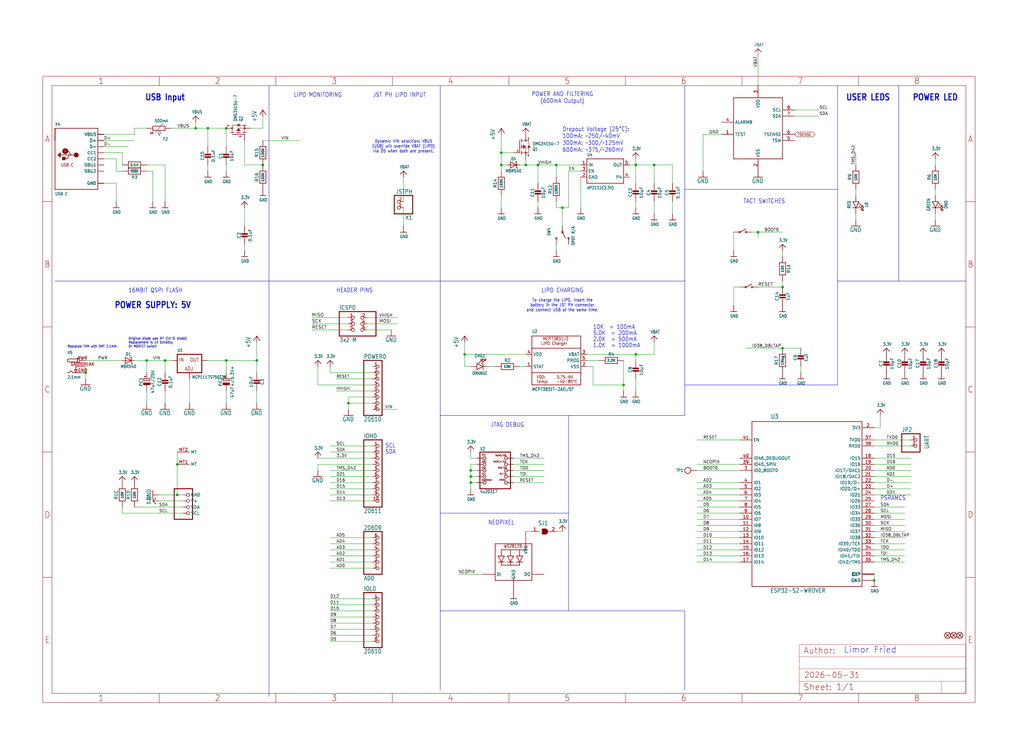
<source format=kicad_sch>
(kicad_sch (version 20230121) (generator eeschema)
  (paper "User" 425.45 312.649)
  (junction (at 81.28 53.34))
  (junction (at 35.56 154.94))
  (junction (at 60.96 149.86))
  (junction (at 109.22 68.58))
  (junction (at 271.78 68.58))
  (junction (at 208.28 63.5))
  (junction (at 325.12 119.38))
  (junction (at 86.36 53.34))
  (junction (at 106.68 149.86))
  (junction (at 195.58 198.12))
  (junction (at 218.44 68.58))
  (junction (at 68.58 149.86))
  (junction (at 259.08 160.02))
  (junction (at 233.68 86.36))
  (junction (at 93.98 149.86))
  (junction (at 208.28 68.58))
  (junction (at 231.14 68.58))
  (junction (at 195.58 195.58))
  (junction (at 264.16 147.32))
  (junction (at 93.98 53.34))
  (junction (at 73.66 193.04))
  (junction (at 363.22 241.3))
  (junction (at 193.04 147.32))
  (junction (at 264.16 68.58))
  (junction (at 223.52 68.58))
  (junction (at 195.58 200.66))
  (junction (at 73.66 205.74))
  (junction (at 325.12 144.78))
  (junction (at 144.78 167.64))
  (junction (at 314.96 96.52))
  (wire (pts (xy 264.16 147.32) (xy 243.84 147.32)) (stroke (width 0.1524)))
  (wire (pts (xy 363.22 193.04) (xy 378.46 193.04)) (stroke (width 0.1524)))
  (wire (pts (xy 137.16 266.7) (xy 154.94 266.7)) (stroke (width 0.1524)))
  (wire (pts (xy 261.62 68.58) (xy 264.16 68.58)) (stroke (width 0.1524)))
  (wire (pts (xy 154.94 170.18) (xy 165.1 170.18)) (stroke (width 0.1524)))
  (wire (pts (xy 307.34 203.2) (xy 289.56 203.2)) (stroke (width 0.1524)))
  (wire (pts (xy 106.68 142.24) (xy 106.68 149.86)) (stroke (width 0.1524)))
  (wire (pts (xy 48.26 76.2) (xy 48.26 83.82)) (stroke (width 0.1524)))
  (wire (pts (xy 264.16 68.58) (xy 271.78 68.58)) (stroke (width 0.1524)))
  (wire (pts (xy 106.68 162.56) (xy 106.68 167.64)) (stroke (width 0.1524)))
  (wire (pts (xy 154.94 160.02) (xy 132.08 160.02)) (stroke (width 0.1524)))
  (wire (pts (xy 137.16 228.6) (xy 154.94 228.6)) (stroke (width 0.1524)))
  (wire (pts (xy 241.3 71.12) (xy 236.22 71.12)) (stroke (width 0.1524)))
  (polyline (pts (xy 284.48 116.84) (xy 284.48 160.02)) (stroke (width 0.1524) (type solid)))
  (wire (pts (xy 388.62 81.28) (xy 388.62 78.74)) (stroke (width 0.1524)))
  (wire (pts (xy 137.16 259.08) (xy 154.94 259.08)) (stroke (width 0.1524)))
  (wire (pts (xy 86.36 71.12) (xy 86.36 68.58)) (stroke (width 0.1524)))
  (wire (pts (xy 132.08 193.04) (xy 132.08 195.58)) (stroke (width 0.1524)))
  (wire (pts (xy 213.36 198.12) (xy 226.06 198.12)) (stroke (width 0.1524)))
  (wire (pts (xy 144.78 167.64) (xy 144.78 170.18)) (stroke (width 0.1524)))
  (wire (pts (xy 363.22 195.58) (xy 378.46 195.58)) (stroke (width 0.1524)))
  (wire (pts (xy 93.98 60.96) (xy 93.98 53.34)) (stroke (width 0.1524)))
  (wire (pts (xy 93.98 149.86) (xy 93.98 154.94)) (stroke (width 0.1524)))
  (wire (pts (xy 137.16 208.28) (xy 154.94 208.28)) (stroke (width 0.1524)))
  (wire (pts (xy 388.62 88.9) (xy 388.62 91.44)) (stroke (width 0.1524)))
  (wire (pts (xy 137.16 251.46) (xy 154.94 251.46)) (stroke (width 0.1524)))
  (wire (pts (xy 271.78 83.82) (xy 271.78 88.9)) (stroke (width 0.1524)))
  (wire (pts (xy 307.34 200.66) (xy 289.56 200.66)) (stroke (width 0.1524)))
  (wire (pts (xy 152.4 134.62) (xy 165.1 134.62)) (stroke (width 0.1524)))
  (wire (pts (xy 292.1 55.88) (xy 292.1 71.12)) (stroke (width 0.1524)))
  (polyline (pts (xy 284.48 254) (xy 236.22 254)) (stroke (width 0.1524) (type solid)))
  (wire (pts (xy 167.64 73.66) (xy 167.64 83.82)) (stroke (width 0.1524)))
  (wire (pts (xy 55.88 53.34) (xy 60.96 53.34)) (stroke (width 0.1524)))
  (wire (pts (xy 236.22 71.12) (xy 236.22 86.36)) (stroke (width 0.1524)))
  (wire (pts (xy 162.56 137.16) (xy 152.4 137.16)) (stroke (width 0.1524)))
  (wire (pts (xy 86.36 149.86) (xy 93.98 149.86)) (stroke (width 0.1524)))
  (wire (pts (xy 375.92 228.6) (xy 363.22 228.6)) (stroke (width 0.1524)))
  (wire (pts (xy 154.94 190.5) (xy 132.08 190.5)) (stroke (width 0.1524)))
  (polyline (pts (xy 284.48 172.72) (xy 236.22 172.72)) (stroke (width 0.1524) (type solid)))
  (wire (pts (xy 76.2 210.82) (xy 55.88 210.82)) (stroke (width 0.1524)))
  (wire (pts (xy 137.16 154.94) (xy 137.16 152.4)) (stroke (width 0.1524)))
  (wire (pts (xy 73.66 205.74) (xy 76.2 205.74)) (stroke (width 0.1524)))
  (wire (pts (xy 60.96 71.12) (xy 63.5 71.12)) (stroke (width 0.1524)))
  (wire (pts (xy 289.56 208.28) (xy 307.34 208.28)) (stroke (width 0.1524)))
  (wire (pts (xy 93.98 162.56) (xy 93.98 167.64)) (stroke (width 0.1524)))
  (wire (pts (xy 154.94 162.56) (xy 139.7 162.56)) (stroke (width 0.1524)))
  (polyline (pts (xy 284.48 78.74) (xy 347.98 78.74)) (stroke (width 0.1524) (type solid)))
  (wire (pts (xy 60.96 149.86) (xy 55.88 149.86)) (stroke (width 0.1524)))
  (wire (pts (xy 213.36 190.5) (xy 226.06 190.5)) (stroke (width 0.1524)))
  (wire (pts (xy 289.56 205.74) (xy 307.34 205.74)) (stroke (width 0.1524)))
  (wire (pts (xy 167.64 93.98) (xy 167.64 86.36)) (stroke (width 0.1524)))
  (wire (pts (xy 279.4 83.82) (xy 279.4 88.9)) (stroke (width 0.1524)))
  (polyline (pts (xy 111.76 289.56) (xy 111.76 116.84)) (stroke (width 0.1524) (type solid)))
  (wire (pts (xy 307.34 193.04) (xy 289.56 193.04)) (stroke (width 0.1524)))
  (wire (pts (xy 363.22 205.74) (xy 378.46 205.74)) (stroke (width 0.1524)))
  (wire (pts (xy 195.58 200.66) (xy 195.58 203.2)) (stroke (width 0.1524)))
  (wire (pts (xy 264.16 68.58) (xy 264.16 66.04)) (stroke (width 0.1524)))
  (wire (pts (xy 198.12 198.12) (xy 195.58 198.12)) (stroke (width 0.1524)))
  (wire (pts (xy 307.34 182.88) (xy 289.56 182.88)) (stroke (width 0.1524)))
  (wire (pts (xy 106.68 149.86) (xy 106.68 154.94)) (stroke (width 0.1524)))
  (wire (pts (xy 330.2 48.26) (xy 340.36 48.26)) (stroke (width 0.1524)))
  (polyline (pts (xy 182.88 116.84) (xy 182.88 35.56)) (stroke (width 0.1524) (type solid)))
  (wire (pts (xy 363.22 231.14) (xy 375.92 231.14)) (stroke (width 0.1524)))
  (wire (pts (xy 86.36 53.34) (xy 86.36 60.96)) (stroke (width 0.1524)))
  (wire (pts (xy 264.16 83.82) (xy 264.16 86.36)) (stroke (width 0.1524)))
  (polyline (pts (xy 111.76 116.84) (xy 182.88 116.84)) (stroke (width 0.1524) (type solid)))
  (wire (pts (xy 363.22 190.5) (xy 378.46 190.5)) (stroke (width 0.1524)))
  (polyline (pts (xy 373.38 35.56) (xy 373.38 116.84)) (stroke (width 0.1524) (type solid)))
  (wire (pts (xy 259.08 149.86) (xy 259.08 160.02)) (stroke (width 0.1524)))
  (wire (pts (xy 35.56 152.4) (xy 35.56 154.94)) (stroke (width 0.1524)))
  (wire (pts (xy 388.62 68.58) (xy 388.62 66.04)) (stroke (width 0.1524)))
  (wire (pts (xy 193.04 147.32) (xy 218.44 147.32)) (stroke (width 0.1524)))
  (wire (pts (xy 218.44 66.04) (xy 218.44 68.58)) (stroke (width 0.1524)))
  (wire (pts (xy 144.78 134.62) (xy 129.54 134.62)) (stroke (width 0.1524)))
  (wire (pts (xy 355.6 91.44) (xy 355.6 88.9)) (stroke (width 0.1524)))
  (wire (pts (xy 307.34 119.38) (xy 304.8 119.38)) (stroke (width 0.1524)))
  (wire (pts (xy 195.58 198.12) (xy 195.58 200.66)) (stroke (width 0.1524)))
  (wire (pts (xy 60.96 68.58) (xy 68.58 68.58)) (stroke (width 0.1524)))
  (wire (pts (xy 101.6 68.58) (xy 101.6 58.42)) (stroke (width 0.1524)))
  (wire (pts (xy 220.98 220.98) (xy 218.44 220.98)) (stroke (width 0.1524)))
  (wire (pts (xy 231.14 104.14) (xy 231.14 101.6)) (stroke (width 0.1524)))
  (polyline (pts (xy 284.48 78.74) (xy 284.48 116.84)) (stroke (width 0.1524) (type solid)))
  (wire (pts (xy 43.18 60.96) (xy 53.34 60.96)) (stroke (width 0.1524)))
  (wire (pts (xy 144.78 165.1) (xy 144.78 167.64)) (stroke (width 0.1524)))
  (polyline (pts (xy 236.22 172.72) (xy 182.88 172.72)) (stroke (width 0.1524) (type solid)))
  (wire (pts (xy 154.94 231.14) (xy 137.16 231.14)) (stroke (width 0.1524)))
  (wire (pts (xy 289.56 226.06) (xy 307.34 226.06)) (stroke (width 0.1524)))
  (polyline (pts (xy 284.48 160.02) (xy 284.48 172.72)) (stroke (width 0.1524) (type solid)))
  (wire (pts (xy 304.8 96.52) (xy 304.8 104.14)) (stroke (width 0.1524)))
  (polyline (pts (xy 347.98 35.56) (xy 347.98 78.74)) (stroke (width 0.1524) (type solid)))
  (wire (pts (xy 241.3 73.66) (xy 241.3 86.36)) (stroke (width 0.1524)))
  (wire (pts (xy 68.58 149.86) (xy 68.58 154.94)) (stroke (width 0.1524)))
  (wire (pts (xy 208.28 86.36) (xy 208.28 81.28)) (stroke (width 0.1524)))
  (wire (pts (xy 86.36 53.34) (xy 81.28 53.34)) (stroke (width 0.1524)))
  (wire (pts (xy 314.96 119.38) (xy 325.12 119.38)) (stroke (width 0.1524)))
  (wire (pts (xy 60.96 154.94) (xy 60.96 149.86)) (stroke (width 0.1524)))
  (wire (pts (xy 279.4 68.58) (xy 279.4 76.2)) (stroke (width 0.1524)))
  (wire (pts (xy 50.8 63.5) (xy 50.8 68.58)) (stroke (width 0.1524)))
  (wire (pts (xy 213.36 195.58) (xy 226.06 195.58)) (stroke (width 0.1524)))
  (wire (pts (xy 76.2 213.36) (xy 50.8 213.36)) (stroke (width 0.1524)))
  (wire (pts (xy 259.08 160.02) (xy 259.08 162.56)) (stroke (width 0.1524)))
  (wire (pts (xy 154.94 226.06) (xy 137.16 226.06)) (stroke (width 0.1524)))
  (polyline (pts (xy 22.86 116.84) (xy 111.76 116.84)) (stroke (width 0.1524) (type solid)))
  (wire (pts (xy 307.34 231.14) (xy 289.56 231.14)) (stroke (width 0.1524)))
  (wire (pts (xy 264.16 149.86) (xy 264.16 147.32)) (stroke (width 0.1524)))
  (wire (pts (xy 101.6 101.6) (xy 101.6 104.14)) (stroke (width 0.1524)))
  (wire (pts (xy 137.16 254) (xy 154.94 254)) (stroke (width 0.1524)))
  (wire (pts (xy 154.94 154.94) (xy 137.16 154.94)) (stroke (width 0.1524)))
  (polyline (pts (xy 373.38 116.84) (xy 401.32 116.84)) (stroke (width 0.1524) (type solid)))
  (wire (pts (xy 363.22 182.88) (xy 378.46 182.88)) (stroke (width 0.1524)))
  (wire (pts (xy 195.58 152.4) (xy 193.04 152.4)) (stroke (width 0.1524)))
  (wire (pts (xy 289.56 210.82) (xy 307.34 210.82)) (stroke (width 0.1524)))
  (wire (pts (xy 375.92 233.68) (xy 363.22 233.68)) (stroke (width 0.1524)))
  (wire (pts (xy 73.66 187.96) (xy 73.66 193.04)) (stroke (width 0.1524)))
  (wire (pts (xy 68.58 149.86) (xy 60.96 149.86)) (stroke (width 0.1524)))
  (wire (pts (xy 132.08 160.02) (xy 132.08 152.4)) (stroke (width 0.1524)))
  (polyline (pts (xy 284.48 287.02) (xy 284.48 254)) (stroke (width 0.1524) (type solid)))
  (wire (pts (xy 363.22 213.36) (xy 375.92 213.36)) (stroke (width 0.1524)))
  (wire (pts (xy 375.92 210.82) (xy 363.22 210.82)) (stroke (width 0.1524)))
  (wire (pts (xy 264.16 147.32) (xy 271.78 147.32)) (stroke (width 0.1524)))
  (wire (pts (xy 200.66 238.76) (xy 190.5 238.76)) (stroke (width 0.1524)))
  (wire (pts (xy 154.94 165.1) (xy 144.78 165.1)) (stroke (width 0.1524)))
  (wire (pts (xy 332.74 154.94) (xy 332.74 152.4)) (stroke (width 0.1524)))
  (wire (pts (xy 236.22 86.36) (xy 233.68 86.36)) (stroke (width 0.1524)))
  (wire (pts (xy 165.1 132.08) (xy 152.4 132.08)) (stroke (width 0.1524)))
  (wire (pts (xy 307.34 233.68) (xy 289.56 233.68)) (stroke (width 0.1524)))
  (wire (pts (xy 271.78 142.24) (xy 271.78 147.32)) (stroke (width 0.1524)))
  (wire (pts (xy 304.8 119.38) (xy 304.8 127)) (stroke (width 0.1524)))
  (wire (pts (xy 363.22 223.52) (xy 375.92 223.52)) (stroke (width 0.1524)))
  (wire (pts (xy 246.38 152.4) (xy 246.38 160.02)) (stroke (width 0.1524)))
  (wire (pts (xy 289.56 215.9) (xy 307.34 215.9)) (stroke (width 0.1524)))
  (wire (pts (xy 154.94 200.66) (xy 137.16 200.66)) (stroke (width 0.1524)))
  (wire (pts (xy 231.14 86.36) (xy 231.14 83.82)) (stroke (width 0.1524)))
  (wire (pts (xy 226.06 200.66) (xy 213.36 200.66)) (stroke (width 0.1524)))
  (wire (pts (xy 81.28 50.8) (xy 81.28 53.34)) (stroke (width 0.1524)))
  (wire (pts (xy 325.12 116.84) (xy 325.12 119.38)) (stroke (width 0.1524)))
  (wire (pts (xy 68.58 162.56) (xy 68.58 167.64)) (stroke (width 0.1524)))
  (wire (pts (xy 208.28 71.12) (xy 208.28 68.58)) (stroke (width 0.1524)))
  (polyline (pts (xy 236.22 213.36) (xy 236.22 172.72)) (stroke (width 0.1524) (type solid)))
  (polyline (pts (xy 347.98 116.84) (xy 347.98 160.02)) (stroke (width 0.1524) (type solid)))
  (wire (pts (xy 231.14 73.66) (xy 231.14 68.58)) (stroke (width 0.1524)))
  (wire (pts (xy 66.04 208.28) (xy 76.2 208.28)) (stroke (width 0.1524)))
  (wire (pts (xy 60.96 167.64) (xy 60.96 162.56)) (stroke (width 0.1524)))
  (polyline (pts (xy 236.22 254) (xy 182.88 254)) (stroke (width 0.1524) (type solid)))
  (wire (pts (xy 48.26 76.2) (xy 43.18 76.2)) (stroke (width 0.1524)))
  (wire (pts (xy 43.18 55.88) (xy 55.88 55.88)) (stroke (width 0.1524)))
  (wire (pts (xy 208.28 63.5) (xy 208.28 55.88)) (stroke (width 0.1524)))
  (wire (pts (xy 43.18 63.5) (xy 50.8 63.5)) (stroke (width 0.1524)))
  (wire (pts (xy 68.58 68.58) (xy 68.58 83.82)) (stroke (width 0.1524)))
  (wire (pts (xy 264.16 76.2) (xy 264.16 68.58)) (stroke (width 0.1524)))
  (wire (pts (xy 93.98 149.86) (xy 106.68 149.86)) (stroke (width 0.1524)))
  (wire (pts (xy 363.22 238.76) (xy 363.22 241.3)) (stroke (width 0.1524)))
  (wire (pts (xy 139.7 157.48) (xy 154.94 157.48)) (stroke (width 0.1524)))
  (wire (pts (xy 48.26 71.12) (xy 50.8 71.12)) (stroke (width 0.1524)))
  (wire (pts (xy 73.66 205.74) (xy 66.04 205.74)) (stroke (width 0.1524)))
  (wire (pts (xy 198.12 190.5) (xy 195.58 190.5)) (stroke (width 0.1524)))
  (wire (pts (xy 137.16 223.52) (xy 154.94 223.52)) (stroke (width 0.1524)))
  (wire (pts (xy 241.3 68.58) (xy 231.14 68.58)) (stroke (width 0.1524)))
  (wire (pts (xy 223.52 68.58) (xy 231.14 68.58)) (stroke (width 0.1524)))
  (wire (pts (xy 154.94 236.22) (xy 137.16 236.22)) (stroke (width 0.1524)))
  (wire (pts (xy 355.6 63.5) (xy 355.6 68.58)) (stroke (width 0.1524)))
  (wire (pts (xy 137.16 203.2) (xy 154.94 203.2)) (stroke (width 0.1524)))
  (wire (pts (xy 314.96 96.52) (xy 325.12 96.52)) (stroke (width 0.1524)))
  (wire (pts (xy 363.22 203.2) (xy 378.46 203.2)) (stroke (width 0.1524)))
  (polyline (pts (xy 347.98 116.84) (xy 373.38 116.84)) (stroke (width 0.1524) (type solid)))
  (polyline (pts (xy 347.98 78.74) (xy 347.98 116.84)) (stroke (width 0.1524) (type solid)))
  (wire (pts (xy 154.94 187.96) (xy 137.16 187.96)) (stroke (width 0.1524)))
  (wire (pts (xy 154.94 205.74) (xy 137.16 205.74)) (stroke (width 0.1524)))
  (polyline (pts (xy 284.48 116.84) (xy 182.88 116.84)) (stroke (width 0.1524) (type solid)))
  (wire (pts (xy 307.34 213.36) (xy 289.56 213.36)) (stroke (width 0.1524)))
  (wire (pts (xy 154.94 195.58) (xy 137.16 195.58)) (stroke (width 0.1524)))
  (wire (pts (xy 198.12 193.04) (xy 195.58 193.04)) (stroke (width 0.1524)))
  (wire (pts (xy 195.58 190.5) (xy 195.58 187.96)) (stroke (width 0.1524)))
  (wire (pts (xy 312.42 96.52) (xy 314.96 96.52)) (stroke (width 0.1524)))
  (wire (pts (xy 307.34 228.6) (xy 289.56 228.6)) (stroke (width 0.1524)))
  (polyline (pts (xy 182.88 213.36) (xy 182.88 172.72)) (stroke (width 0.1524) (type solid)))
  (polyline (pts (xy 284.48 160.02) (xy 347.98 160.02)) (stroke (width 0.1524) (type solid)))
  (wire (pts (xy 299.72 55.88) (xy 292.1 55.88)) (stroke (width 0.1524)))
  (polyline (pts (xy 182.88 172.72) (xy 182.88 116.84)) (stroke (width 0.1524) (type solid)))
  (wire (pts (xy 154.94 167.64) (xy 144.78 167.64)) (stroke (width 0.1524)))
  (wire (pts (xy 35.56 154.94) (xy 35.56 157.48)) (stroke (width 0.1524)))
  (wire (pts (xy 193.04 152.4) (xy 193.04 147.32)) (stroke (width 0.1524)))
  (wire (pts (xy 243.84 149.86) (xy 248.92 149.86)) (stroke (width 0.1524)))
  (wire (pts (xy 246.38 160.02) (xy 259.08 160.02)) (stroke (width 0.1524)))
  (wire (pts (xy 233.68 93.98) (xy 233.68 86.36)) (stroke (width 0.1524)))
  (wire (pts (xy 144.78 132.08) (xy 129.54 132.08)) (stroke (width 0.1524)))
  (wire (pts (xy 109.22 53.34) (xy 109.22 48.26)) (stroke (width 0.1524)))
  (wire (pts (xy 213.36 193.04) (xy 226.06 193.04)) (stroke (width 0.1524)))
  (wire (pts (xy 215.9 152.4) (xy 218.44 152.4)) (stroke (width 0.1524)))
  (wire (pts (xy 137.16 264.16) (xy 154.94 264.16)) (stroke (width 0.1524)))
  (wire (pts (xy 48.26 66.04) (xy 48.26 71.12)) (stroke (width 0.1524)))
  (wire (pts (xy 325.12 144.78) (xy 309.88 144.78)) (stroke (width 0.1524)))
  (wire (pts (xy 195.58 193.04) (xy 195.58 195.58)) (stroke (width 0.1524)))
  (wire (pts (xy 101.6 86.36) (xy 101.6 93.98)) (stroke (width 0.1524)))
  (wire (pts (xy 198.12 195.58) (xy 195.58 195.58)) (stroke (width 0.1524)))
  (polyline (pts (xy 111.76 116.84) (xy 111.76 35.56)) (stroke (width 0.1524) (type solid)))
  (wire (pts (xy 55.88 55.88) (xy 55.88 53.34)) (stroke (width 0.1524)))
  (polyline (pts (xy 236.22 213.36) (xy 182.88 213.36)) (stroke (width 0.1524) (type solid)))
  (wire (pts (xy 71.12 149.86) (xy 68.58 149.86)) (stroke (width 0.1524)))
  (wire (pts (xy 223.52 83.82) (xy 223.52 86.36)) (stroke (width 0.1524)))
  (wire (pts (xy 332.74 144.78) (xy 325.12 144.78)) (stroke (width 0.1524)))
  (wire (pts (xy 193.04 142.24) (xy 193.04 147.32)) (stroke (width 0.1524)))
  (wire (pts (xy 154.94 193.04) (xy 132.08 193.04)) (stroke (width 0.1524)))
  (wire (pts (xy 63.5 71.12) (xy 63.5 83.82)) (stroke (width 0.1524)))
  (wire (pts (xy 363.22 185.42) (xy 378.46 185.42)) (stroke (width 0.1524)))
  (wire (pts (xy 73.66 193.04) (xy 73.66 205.74)) (stroke (width 0.1524)))
  (wire (pts (xy 213.36 63.5) (xy 208.28 63.5)) (stroke (width 0.1524)))
  (wire (pts (xy 330.2 45.72) (xy 340.36 45.72)) (stroke (width 0.1524)))
  (wire (pts (xy 218.44 68.58) (xy 223.52 68.58)) (stroke (width 0.1524)))
  (wire (pts (xy 307.34 195.58) (xy 289.56 195.58)) (stroke (width 0.1524)))
  (wire (pts (xy 363.22 200.66) (xy 378.46 200.66)) (stroke (width 0.1524)))
  (wire (pts (xy 363.22 220.98) (xy 375.92 220.98)) (stroke (width 0.1524)))
  (wire (pts (xy 314.96 35.56) (xy 314.96 22.86)) (stroke (width 0.1524)))
  (wire (pts (xy 208.28 68.58) (xy 208.28 63.5)) (stroke (width 0.1524)))
  (wire (pts (xy 363.22 215.9) (xy 375.92 215.9)) (stroke (width 0.1524)))
  (wire (pts (xy 365.76 177.8) (xy 365.76 172.72)) (stroke (width 0.1524)))
  (wire (pts (xy 363.22 226.06) (xy 375.92 226.06)) (stroke (width 0.1524)))
  (wire (pts (xy 223.52 76.2) (xy 223.52 68.58)) (stroke (width 0.1524)))
  (wire (pts (xy 314.96 96.52) (xy 314.96 99.06)) (stroke (width 0.1524)))
  (wire (pts (xy 233.68 86.36) (xy 231.14 86.36)) (stroke (width 0.1524)))
  (wire (pts (xy 137.16 248.92) (xy 154.94 248.92)) (stroke (width 0.1524)))
  (wire (pts (xy 50.8 149.86) (xy 35.56 149.86)) (stroke (width 0.1524)))
  (wire (pts (xy 104.14 53.34) (xy 109.22 53.34)) (stroke (width 0.1524)))
  (wire (pts (xy 195.58 195.58) (xy 195.58 198.12)) (stroke (width 0.1524)))
  (polyline (pts (xy 182.88 254) (xy 182.88 213.36)) (stroke (width 0.1524) (type solid)))
  (wire (pts (xy 109.22 58.42) (xy 124.46 58.42)) (stroke (width 0.1524)))
  (wire (pts (xy 198.12 200.66) (xy 195.58 200.66)) (stroke (width 0.1524)))
  (wire (pts (xy 215.9 68.58) (xy 218.44 68.58)) (stroke (width 0.1524)))
  (wire (pts (xy 93.98 68.58) (xy 93.98 71.12)) (stroke (width 0.1524)))
  (wire (pts (xy 81.28 53.34) (xy 71.12 53.34)) (stroke (width 0.1524)))
  (wire (pts (xy 144.78 137.16) (xy 129.54 137.16)) (stroke (width 0.1524)))
  (wire (pts (xy 307.34 220.98) (xy 289.56 220.98)) (stroke (width 0.1524)))
  (wire (pts (xy 363.22 177.8) (xy 365.76 177.8)) (stroke (width 0.1524)))
  (wire (pts (xy 271.78 68.58) (xy 271.78 76.2)) (stroke (width 0.1524)))
  (polyline (pts (xy 182.88 287.02) (xy 182.88 254)) (stroke (width 0.1524) (type solid)))
  (wire (pts (xy 137.16 256.54) (xy 154.94 256.54)) (stroke (width 0.1524)))
  (wire (pts (xy 264.16 157.48) (xy 264.16 162.56)) (stroke (width 0.1524)))
  (wire (pts (xy 109.22 68.58) (xy 101.6 68.58)) (stroke (width 0.1524)))
  (wire (pts (xy 43.18 58.42) (xy 55.88 58.42)) (stroke (width 0.1524)))
  (wire (pts (xy 271.78 68.58) (xy 279.4 68.58)) (stroke (width 0.1524)))
  (wire (pts (xy 137.16 233.68) (xy 154.94 233.68)) (stroke (width 0.1524)))
  (wire (pts (xy 363.22 218.44) (xy 375.92 218.44)) (stroke (width 0.1524)))
  (wire (pts (xy 43.18 66.04) (xy 48.26 66.04)) (stroke (width 0.1524)))
  (wire (pts (xy 137.16 198.12) (xy 154.94 198.12)) (stroke (width 0.1524)))
  (wire (pts (xy 93.98 53.34) (xy 86.36 53.34)) (stroke (width 0.1524)))
  (wire (pts (xy 203.2 152.4) (xy 205.74 152.4)) (stroke (width 0.1524)))
  (polyline (pts (xy 236.22 254) (xy 236.22 213.36)) (stroke (width 0.1524) (type solid)))
  (wire (pts (xy 154.94 185.42) (xy 137.16 185.42)) (stroke (width 0.1524)))
  (wire (pts (xy 233.68 220.98) (xy 231.14 220.98)) (stroke (width 0.1524)))
  (wire (pts (xy 355.6 78.74) (xy 355.6 81.28)) (stroke (width 0.1524)))
  (wire (pts (xy 78.74 167.64) (xy 78.74 157.48)) (stroke (width 0.1524)))
  (wire (pts (xy 154.94 261.62) (xy 137.16 261.62)) (stroke (width 0.1524)))
  (wire (pts (xy 210.82 68.58) (xy 208.28 68.58)) (stroke (width 0.1524)))
  (wire (pts (xy 325.12 104.14) (xy 325.12 106.68)) (stroke (width 0.1524)))
  (wire (pts (xy 289.56 218.44) (xy 307.34 218.44)) (stroke (width 0.1524)))
  (wire (pts (xy 50.8 213.36) (xy 50.8 210.82)) (stroke (width 0.1524)))
  (wire (pts (xy 363.22 198.12) (xy 378.46 198.12)) (stroke (width 0.1524)))
  (wire (pts (xy 243.84 152.4) (xy 246.38 152.4)) (stroke (width 0.1524)))
  (polyline (pts (xy 284.48 35.56) (xy 284.48 78.74)) (stroke (width 0.1524) (type solid)))
  (wire (pts (xy 289.56 223.52) (xy 307.34 223.52)) (stroke (width 0.1524)))
  (text "NEOPIXEL" (at 208.28 218.44 0) (effects (font (size 1.778 1.5113)) (justify bottom)))
  (text "POWER AND FILTERING\n(600mA Output)" (at 233.68 43.18 0) (effects (font (size 1.778 1.5113)) (justify bottom)))
  (text "5.0K  = 200mA" (at 246.38 139.7 0) (effects (font (size 1.778 1.5113)) (justify left bottom)))
  (text "SDA" (at 160.02 187.96 0) (effects (font (size 1.778 1.5113)) (justify left)))
  (text "16MBIT QSPI FLASH" (at 53.34 121.92 0) (effects (font (size 1.778 1.5113)) (justify left bottom)))
  (text "2.0K  = 500mA" (at 246.38 142.24 0) (effects (font (size 1.778 1.5113)) (justify left bottom)))
  (text "LIPO MONITORING" (at 132.08 40.64 0) (effects (font (size 1.778 1.5113)) (justify bottom)))
  (text "Limor Fried" (at 350.52 271.78 0) (effects (font (size 2.54 2.54)) (justify left bottom)))
  (text "HEADER PINS" (at 147.32 121.92 0) (effects (font (size 1.778 1.5113)) (justify bottom)))
  (text "JTAG DEBUG" (at 210.82 177.8 0) (effects (font (size 1.778 1.5113)) (justify bottom)))
  (text "LIPO CHARGING" (at 233.68 121.92 0) (effects (font (size 1.778 1.5113)) (justify bottom)))
  (text "Dynamic VIN selection: VBUS\n(USB) will override VBAT (LIPO)\nvia D5 when both are present." (at 167.64 60.96 0) (effects (font (size 1.27 1.0795))))
  (text "JST PH LIPO INPUT" (at 154.94 40.64 0) (effects (font (size 1.778 1.5113)) (justify left bottom)))
  (text "PSRAMCS" (at 365.76 208.28 0) (effects (font (size 1.778 1.5113)) (justify left bottom)))
  (text "10K  = 100mA" (at 246.38 137.16 0) (effects (font (size 1.778 1.5113)) (justify left bottom)))
  (text "USB Input" (at 68.58 40.64 0) (effects (font (size 2.54 2.159) (thickness 0.4318) bold)))
  (text "To charge the LIPO, insert the\nbattery in the JST PH connector\nand connect USB at the same time." (at 233.68 127 0) (effects (font (size 1.27 1.0795))))
  (text "Replaced THM with SMT 2.1mm" (at 27.94 144.78 0) (effects (font (size 1.016 0.8636)) (justify left bottom)))
  (text "POWER LED" (at 388.62 40.64 0) (effects (font (size 2.54 2.159) (thickness 0.4318) bold)))
  (text "USER LEDS" (at 360.68 40.64 0) (effects (font (size 2.54 2.159) (thickness 0.4318) bold)))
  (text "Original diode was M7 (1A Si diode)\nReplacement is 1A Schottky\nOr MOSFET switch" (at 53.34 144.78 0) (effects (font (size 1.016 0.8636)) (justify left bottom)))
  (text "1.0K  = 1000mA" (at 246.38 144.78 0) (effects (font (size 1.778 1.5113)) (justify left bottom)))
  (text "POWER SUPPLY: 5V" (at 63.5 127 0) (effects (font (size 2.54 2.159) (thickness 0.4318) bold)))
  (text "TACT SWITCHES" (at 317.5 83.82 0) (effects (font (size 1.778 1.5113))))
  (text "Dropout Voltage (25°C):\n100mA: ~250/~40mV\n300mA: ~300/~125mV\n600mA: ~375/~260mV" (at 233.68 63.5 0) (effects (font (size 1.778 1.5113)) (justify left bottom)))
  (text "SCL" (at 160.02 185.42 0) (effects (font (size 1.778 1.5113)) (justify left)))
  (label "AD0" (at 139.7 236.22 0) (effects (font (size 1.2446 1.2446))))
  (label "AD3" (at 292.1 203.2 0) (effects (font (size 1.2446 1.2446))))
  (label "VHIGH" (at 139.7 162.56 0) (effects (font (size 1.2446 1.2446))))
  (label "D21" (at 139.7 198.12 0) (effects (font (size 1.2446 1.2446))))
  (label "AD1" (at 368.3 198.12 0) (effects (font (size 1.2446 1.2446))))
  (label "TDO" (at 365.76 228.6 0) (effects (font (size 1.2446 1.2446))))
  (label "D11" (at 292.1 226.06 0) (effects (font (size 1.2446 1.2446))))
  (label "D11" (at 137.16 251.46 0) (effects (font (size 1.2446 1.2446))))
  (label "PWR" (at 40.64 149.86 0) (effects (font (size 1.2446 1.2446))))
  (label "D-" (at 368.3 200.66 0) (effects (font (size 1.2446 1.2446))))
  (label "BOOT0" (at 292.1 195.58 0) (effects (font (size 1.2446 1.2446))))
  (label "D12" (at 137.16 248.92 0) (effects (font (size 1.2446 1.2446))))
  (label "D6" (at 137.16 264.16 0) (effects (font (size 1.2446 1.2446))))
  (label "TMS_D42" (at 215.9 190.5 0) (effects (font (size 1.2446 1.2446))))
  (label "AD2" (at 292.1 200.66 0) (effects (font (size 1.2446 1.2446))))
  (label "VBUS" (at 73.66 53.34 0) (effects (font (size 1.2446 1.2446))))
  (label "SCL" (at 66.04 213.36 0) (effects (font (size 1.2446 1.2446))))
  (label "VHIGH" (at 157.48 132.08 0) (effects (font (size 1.2446 1.2446))))
  (label "MISO" (at 365.76 220.98 0) (effects (font (size 1.2446 1.2446))))
  (label "MOSI" (at 365.76 215.9 0) (effects (font (size 1.2446 1.2446))))
  (label "TMS_D42" (at 355.6 68.58 90) (effects (font (size 1.2446 1.2446))))
  (label "RESET" (at 215.9 200.66 0) (effects (font (size 1.2446 1.2446))))
  (label "D5" (at 137.16 266.7 0) (effects (font (size 1.2446 1.2446))))
  (label "D8" (at 292.1 218.44 0) (effects (font (size 1.2446 1.2446))))
  (label "D13" (at 139.7 208.28 0) (effects (font (size 1.2446 1.2446))))
  (label "BOOT0" (at 317.5 96.52 0) (effects (font (size 1.2446 1.2446))))
  (label "D6" (at 292.1 213.36 0) (effects (font (size 1.2446 1.2446))))
  (label "SDA" (at 66.04 210.82 0) (effects (font (size 1.2446 1.2446))))
  (label "RESET" (at 314.96 119.38 0) (effects (font (size 1.3513 1.3513))))
  (label "3.3V" (at 139.7 190.5 0) (effects (font (size 1.3513 1.3513))))
  (label "D14" (at 292.1 233.68 0) (effects (font (size 1.2446 1.2446))))
  (label "TCK" (at 215.9 193.04 0) (effects (font (size 1.2446 1.2446))))
  (label "D5" (at 292.1 210.82 0) (effects (font (size 1.2446 1.2446))))
  (label "D10" (at 292.1 223.52 0) (effects (font (size 1.2446 1.2446))))
  (label "D7" (at 292.1 215.9 0) (effects (font (size 1.2446 1.2446))))
  (label "AD3" (at 139.7 228.6 0) (effects (font (size 1.2446 1.2446))))
  (label "D10" (at 137.16 254 0) (effects (font (size 1.2446 1.2446))))
  (label "AD4" (at 292.1 205.74 0) (effects (font (size 1.2446 1.2446))))
  (label "RESET" (at 292.1 182.88 0) (effects (font (size 1.2446 1.2446))))
  (label "IO38_DBLTAP" (at 365.76 223.52 0) (effects (font (size 1.2446 1.2446))))
  (label "SCL" (at 365.76 213.36 0) (effects (font (size 1.2446 1.2446))))
  (label "AD5" (at 139.7 223.52 0) (effects (font (size 1.2446 1.2446))))
  (label "TDI" (at 365.76 231.14 0) (effects (font (size 1.2446 1.2446))))
  (label "SCL" (at 139.7 185.42 0) (effects (font (size 1.2446 1.2446))))
  (label "D-" (at 43.18 60.96 0) (effects (font (size 1.2446 1.2446))))
  (label "SDA" (at 365.76 210.82 0) (effects (font (size 1.2446 1.2446))))
  (label "SCK" (at 365.76 218.44 0) (effects (font (size 1.2446 1.2446))))
  (label "AD1" (at 139.7 233.68 0) (effects (font (size 1.2446 1.2446))))
  (label "NEOPIX" (at 292.1 193.04 0) (effects (font (size 1.2446 1.2446))))
  (label "MOSI" (at 157.48 134.62 0) (effects (font (size 1.3513 1.3513))))
  (label "D15" (at 139.7 203.2 0) (effects (font (size 1.2446 1.2446))))
  (label "D21" (at 368.3 205.74 0) (effects (font (size 1.2446 1.2446))))
  (label "TDI" (at 215.9 198.12 0) (effects (font (size 1.2446 1.2446))))
  (label "AD5" (at 292.1 208.28 0) (effects (font (size 1.2446 1.2446))))
  (label "TMS_D42" (at 139.7 195.58 0) (effects (font (size 1.2446 1.2446))))
  (label "SCK" (at 129.54 134.62 0) (effects (font (size 1.3513 1.3513))))
  (label "D8" (at 137.16 259.08 0) (effects (font (size 1.2446 1.2446))))
  (label "IO38_DBLTAP" (at 312.42 144.78 0) (effects (font (size 1.2446 1.2446))))
  (label "RESET" (at 139.7 157.48 0) (effects (font (size 1.1735 1.1735))))
  (label "D+" (at 43.18 58.42 0) (effects (font (size 1.2446 1.2446))))
  (label "SDA" (at 340.36 48.26 0) (effects (font (size 1.2446 1.2446))))
  (label "NEOPIX" (at 190.5 238.76 0) (effects (font (size 1.2446 1.2446))))
  (label "D9" (at 292.1 220.98 0) (effects (font (size 1.2446 1.2446))))
  (label "TCK" (at 365.76 226.06 0) (effects (font (size 1.2446 1.2446))))
  (label "RESET" (at 129.54 137.16 0) (effects (font (size 1.3513 1.3513))))
  (label "TMS_D42" (at 365.76 233.68 0) (effects (font (size 1.2446 1.2446))))
  (label "D7" (at 137.16 261.62 0) (effects (font (size 1.2446 1.2446))))
  (label "D14" (at 139.7 205.74 0) (effects (font (size 1.2446 1.2446))))
  (label "D+" (at 368.3 203.2 0) (effects (font (size 1.2446 1.2446))))
  (label "EN" (at 236.22 71.12 0) (effects (font (size 1.2446 1.2446))))
  (label "TDO" (at 215.9 195.58 0) (effects (font (size 1.2446 1.2446))))
  (label "VHIGH" (at 223.52 68.58 0) (effects (font (size 1.2446 1.2446))))
  (label "AD2" (at 139.7 231.14 0) (effects (font (size 1.2446 1.2446))))
  (label "D16" (at 368.3 193.04 0) (effects (font (size 1.2446 1.2446))))
  (label "D12" (at 292.1 228.6 0) (effects (font (size 1.2446 1.2446))))
  (label "AD4" (at 139.7 226.06 0) (effects (font (size 1.2446 1.2446))))
  (label "D15" (at 368.3 190.5 0) (effects (font (size 1.2446 1.2446))))
  (label "D13" (at 292.1 231.14 0) (effects (font (size 1.2446 1.2446))))
  (label "TXD0" (at 368.3 182.88 0) (effects (font (size 1.2446 1.2446))))
  (label "RXD0" (at 368.3 185.42 0) (effects (font (size 1.2446 1.2446))))
  (label "AD0" (at 368.3 195.58 0) (effects (font (size 1.2446 1.2446))))
  (label "VIN" (at 116.84 58.42 0) (effects (font (size 1.2446 1.2446))))
  (label "MISO" (at 129.54 132.08 0) (effects (font (size 1.3513 1.3513))))
  (label "GND" (at 294.64 55.88 0) (effects (font (size 1.2446 1.2446))))
  (label "VIN" (at 63.5 149.86 0) (effects (font (size 1.2446 1.2446))))
  (label "D16" (at 139.7 200.66 0) (effects (font (size 1.2446 1.2446))))
  (label "VIN" (at 160.02 170.18 0) (effects (font (size 1.2446 1.2446))))
  (label "VBAT" (at 314.96 27.94 90) (effects (font (size 1.2446 1.2446))))
  (label "D9" (at 137.16 256.54 0) (effects (font (size 1.2446 1.2446))))
  (label "SDA" (at 139.7 187.96 0) (effects (font (size 1.2446 1.2446))))
  (label "SCL" (at 340.36 45.72 0) (effects (font (size 1.2446 1.2446))))
  (global_label "TSENSE" (shape bidirectional) (at 330.2 55.88 0) (effects (font (size 1.016 1.016))) (property "Intersheetrefs" "${INTERSHEET_REFS}" (effects hide)))
  (symbol (lib_id "working-eagle-import:SWITCH_SPST_TACT_RA") (at 312.42 119.38 0) (unit 1)
    (property "Reference" "SW3" (effects hide))
    (property "Value" "RA_TACT" (effects hide))
    (property "Footprint" "working:SPST_TACTILE_RA" (effects hide))
  )
  (symbol (lib_id "working-eagle-import:CAP_CERAMIC0603_NO") (at 86.36 66.04 0) (unit 1)
    (property "Reference" "C15" (at 84.07 64.79 90))
    (property "Value" "0.1uF" (at 88.66 64.79 90))
    (property "Footprint" "working:0603-NO" (effects hide))
  )
  (symbol (lib_id "working-eagle-import:CAP_CERAMIC0805-NOOUTLINE") (at 264.16 81.28 0) (unit 1)
    (property "Reference" "C13" (at 261.87 80.03 90))
    (property "Value" "10µF" (at 266.46 80.03 90))
    (property "Footprint" "working:0805-NO" (effects hide))
  )
  (symbol (lib_id "working-eagle-import:3.3V") (at 388.62 63.5 0) (unit 1)
    (property "Reference" "#U$34" (effects hide))
    (property "Value" "3.3V" (at 387.096 62.484 0) (effects (font (size 1.27 1.0795)) (justify left bottom)))
  )
  (symbol (lib_id "working-eagle-import:CAP_CERAMIC0805-NOOUTLINE") (at 383.54 152.4 0) (unit 1)
    (property "Reference" "C17" (at 381.25 151.15 90))
    (property "Value" "10µF" (at 385.84 151.15 90))
    (property "Footprint" "working:0805-NO" (effects hide))
  )
  (symbol (lib_id "working-eagle-import:microbuilder_GND") (at 332.74 157.48 0) (unit 1)
    (property "Reference" "#U$17" (effects hide))
    (property "Value" "GND" (at 331.216 160.02 0) (effects (font (size 1.27 1.0795)) (justify left bottom)))
  )
  (symbol (lib_id "working-eagle-import:supply1_GND") (at 63.5 205.74 270) (unit 1)
    (property "Reference" "#GND1" (effects hide))
    (property "Value" "GND" (at 60.96 203.2 0) (effects (font (size 1.778 1.5113)) (justify left bottom)))
  )
  (symbol (lib_id "working-eagle-import:CAP_CERAMIC0805-NOOUTLINE") (at 106.68 157.48 180) (unit 1)
    (property "Reference" "C3" (at 108.97 158.73 90))
    (property "Value" "10uF" (at 104.38 158.73 90))
    (property "Footprint" "working:0805-NO" (effects hide))
  )
  (symbol (lib_id "working-eagle-import:microbuilder_GND") (at 93.98 73.66 0) (unit 1)
    (property "Reference" "#U$18" (effects hide))
    (property "Value" "GND" (at 92.456 76.2 0) (effects (font (size 1.27 1.0795)) (justify left bottom)))
  )
  (symbol (lib_id "working-eagle-import:microbuilder_GND") (at 241.3 88.9 0) (unit 1)
    (property "Reference" "#U$25" (effects hide))
    (property "Value" "GND" (at 239.776 91.44 0) (effects (font (size 1.27 1.0795)) (justify left bottom)))
  )
  (symbol (lib_id "working-eagle-import:STEMMA_I2C_QT") (at 73.66 187.96 0) (unit 3)
    (property "Reference" "CONN1" (effects hide))
    (property "Value" "STEMMA_I2C_QT" (effects hide))
    (property "Footprint" "working:JST_SH4" (effects hide))
  )
  (symbol (lib_id "working-eagle-import:3.3V") (at 383.54 144.78 0) (unit 1)
    (property "Reference" "#U$40" (effects hide))
    (property "Value" "3.3V" (at 382.016 143.764 0) (effects (font (size 1.27 1.0795)) (justify left bottom)))
  )
  (symbol (lib_id "working-eagle-import:3.3V") (at 132.08 149.86 0) (unit 1)
    (property "Reference" "#U$8" (effects hide))
    (property "Value" "3.3V" (at 130.556 148.844 0) (effects (font (size 1.27 1.0795)) (justify left bottom)))
  )
  (symbol (lib_id "working-eagle-import:supply1_GND") (at 314.96 73.66 0) (unit 1)
    (property "Reference" "#GND2" (effects hide))
    (property "Value" "GND" (at 312.42 76.2 0) (effects (font (size 1.778 1.5113)) (justify left bottom)))
  )
  (symbol (lib_id "working-eagle-import:supply1_GND") (at 93.98 170.18 0) (unit 1)
    (property "Reference" "#GND10" (effects hide))
    (property "Value" "GND" (at 91.44 172.72 0) (effects (font (size 1.778 1.5113)) (justify left bottom)))
  )
  (symbol (lib_id "working-eagle-import:3.3V") (at 391.16 144.78 0) (unit 1)
    (property "Reference" "#U$41" (effects hide))
    (property "Value" "3.3V" (at 389.636 143.764 0) (effects (font (size 1.27 1.0795)) (justify left bottom)))
  )
  (symbol (lib_id "working-eagle-import:microbuilder_GND") (at 208.28 88.9 0) (unit 1)
    (property "Reference" "#U$60" (effects hide))
    (property "Value" "GND" (at 206.756 91.44 0) (effects (font (size 1.27 1.0795)) (justify left bottom)))
  )
  (symbol (lib_id "working-eagle-import:+5V") (at 193.04 139.7 0) (unit 1)
    (property "Reference" "#P+1" (effects hide))
    (property "Value" "+5V" (at 190.5 144.78 90) (effects (font (size 1.778 1.5113)) (justify left bottom)))
  )
  (symbol (lib_id "working-eagle-import:3.3V") (at 101.6 83.82 0) (unit 1)
    (property "Reference" "#U$48" (effects hide))
    (property "Value" "3.3V" (at 100.076 82.804 0) (effects (font (size 1.27 1.0795)) (justify left bottom)))
  )
  (symbol (lib_id "working-eagle-import:3.3V") (at 55.88 198.12 0) (unit 1)
    (property "Reference" "#U$3" (effects hide))
    (property "Value" "3.3V" (at 54.356 197.104 0) (effects (font (size 1.27 1.0795)) (justify left bottom)))
  )
  (symbol (lib_id "working-eagle-import:3.3V") (at 233.68 218.44 0) (unit 1)
    (property "Reference" "#U$10" (effects hide))
    (property "Value" "3.3V" (at 232.156 217.424 0) (effects (font (size 1.27 1.0795)) (justify left bottom)))
  )
  (symbol (lib_id "working-eagle-import:WS2812B3535") (at 213.36 236.22 0) (unit 1)
    (property "Reference" "LED1" (effects hide))
    (property "Value" "WS2812B3535" (effects hide))
    (property "Footprint" "working:LED3535" (effects hide))
  )
  (symbol (lib_id "working-eagle-import:RESISTOR_0603_NOOUT") (at 355.6 73.66 90) (unit 1)
    (property "Reference" "R9" (at 353.06 73.66 0))
    (property "Value" "10K" (at 355.6 73.66 0) (effects (font (size 1.016 1.016) bold)))
    (property "Footprint" "working:0603-NO" (effects hide))
  )
  (symbol (lib_id "working-eagle-import:supply1_GND") (at 78.74 170.18 0) (unit 1)
    (property "Reference" "#GND11" (effects hide))
    (property "Value" "GND" (at 76.2 172.72 0) (effects (font (size 1.778 1.5113)) (justify left bottom)))
  )
  (symbol (lib_id "working-eagle-import:+5V") (at 106.68 139.7 0) (unit 1)
    (property "Reference" "#P+14" (effects hide))
    (property "Value" "+5V" (at 104.14 144.78 90) (effects (font (size 1.778 1.5113)) (justify left bottom)))
  )
  (symbol (lib_id "working-eagle-import:microbuilder_GND") (at 325.12 157.48 0) (unit 1)
    (property "Reference" "#U$16" (effects hide))
    (property "Value" "GND" (at 323.596 160.02 0) (effects (font (size 1.27 1.0795)) (justify left bottom)))
  )
  (symbol (lib_id "working-eagle-import:supply1_GND") (at 106.68 170.18 0) (unit 1)
    (property "Reference" "#GND7" (effects hide))
    (property "Value" "GND" (at 104.14 172.72 0) (effects (font (size 1.778 1.5113)) (justify left bottom)))
  )
  (symbol (lib_id "working-eagle-import:CAP_CERAMIC0805-NOOUTLINE") (at 391.16 152.4 0) (unit 1)
    (property "Reference" "C18" (at 388.87 151.15 90))
    (property "Value" "10µF" (at 393.46 151.15 90))
    (property "Footprint" "working:0805-NO" (effects hide))
  )
  (symbol (lib_id "working-eagle-import:RESISTOR_0603_NOOUT") (at 55.88 68.58 180) (unit 1)
    (property "Reference" "R8" (at 55.88 71.12 0))
    (property "Value" "5.1K" (at 55.88 68.58 0) (effects (font (size 1.016 1.016) bold)))
    (property "Footprint" "working:0603-NO" (effects hide))
  )
  (symbol (lib_id "working-eagle-import:DIODE-SCHOTTKYSOD-123") (at 213.36 68.58 0) (unit 1)
    (property "Reference" "D4" (at 213.36 66.04 0) (effects (font (size 1.27 1.0795))))
    (property "Value" "MBR540" (at 213.36 71.08 0) (effects (font (size 1.27 1.0795))))
    (property "Footprint" "working:SOD-123" (effects hide))
  )
  (symbol (lib_id "working-eagle-import:microbuilder_GND") (at 259.08 165.1 0) (unit 1)
    (property "Reference" "#U$11" (effects hide))
    (property "Value" "GND" (at 257.556 167.64 0) (effects (font (size 1.27 1.0795)) (justify left bottom)))
  )
  (symbol (lib_id "working-eagle-import:HEADER-1X8OVALWAVE") (at 157.48 162.56 0) (unit 1)
    (property "Reference" "POWER0" (at 151.13 149.225 0) (effects (font (size 1.778 1.5113)) (justify left bottom)))
    (property "Value" "20610" (at 151.13 175.26 0) (effects (font (size 1.778 1.5113)) (justify left bottom)))
    (property "Footprint" "working:1X08_OVALWAVE" (effects hide))
  )
  (symbol (lib_id "working-eagle-import:CAP_CERAMIC0603_NO") (at 101.6 99.06 0) (unit 1)
    (property "Reference" "C2" (at 99.31 97.81 90))
    (property "Value" "0.1uF" (at 103.9 97.81 90))
    (property "Footprint" "working:0603-NO" (effects hide))
  )
  (symbol (lib_id "working-eagle-import:microbuilder_GND") (at 109.22 81.28 0) (unit 1)
    (property "Reference" "#U$9" (effects hide))
    (property "Value" "GND" (at 107.696 83.82 0) (effects (font (size 1.27 1.0795)) (justify left bottom)))
  )
  (symbol (lib_id "working-eagle-import:CAP_CERAMIC0805-NOOUTLINE") (at 223.52 81.28 0) (unit 1)
    (property "Reference" "C11" (at 221.23 80.03 90))
    (property "Value" "10µF" (at 225.82 80.03 90))
    (property "Footprint" "working:0805-NO" (effects hide))
  )
  (symbol (lib_id "working-eagle-import:LED0603_NOOUTLINE") (at 355.6 86.36 270) (unit 1)
    (property "Reference" "L0" (at 360.045 85.09 0) (effects (font (size 1.27 1.0795))))
    (property "Value" "RED" (at 352.806 85.09 0) (effects (font (size 1.27 1.0795))))
    (property "Footprint" "working:CHIPLED_0603_NOOUTLINE" (effects hide))
  )
  (symbol (lib_id "working-eagle-import:RESISTOR_0603_NOOUT") (at 109.22 73.66 90) (unit 1)
    (property "Reference" "R16" (at 106.68 73.66 0))
    (property "Value" "100K" (at 109.22 73.66 0) (effects (font (size 1.016 1.016) bold)))
    (property "Footprint" "working:0603-NO" (effects hide))
  )
  (symbol (lib_id "working-eagle-import:CAP_ELECTROLYTICPANASONIC_D") (at 60.96 160.02 0) (unit 1)
    (property "Reference" "PC1" (at 58.57 158.77 90))
    (property "Value" "47uF/25V" (at 63.46 158.77 90))
    (property "Footprint" "working:PANASONIC_D" (effects hide))
  )
  (symbol (lib_id "working-eagle-import:MOSFET-P") (at 99.06 53.34 270) (mirror x) (unit 1)
    (property "Reference" "Q2" (at 99.441 50.546 0) (effects (font (size 1.27 1.0795)) (justify left bottom)))
    (property "Value" "DMG3415U-7" (at 97.155 50.546 0) (effects (font (size 1.27 1.0795)) (justify left bottom)))
    (property "Footprint" "working:SOT23-R" (effects hide))
  )
  (symbol (lib_id "working-eagle-import:microbuilder_GND") (at 304.8 106.68 0) (unit 1)
    (property "Reference" "#U$51" (effects hide))
    (property "Value" "GND" (at 303.276 109.22 0) (effects (font (size 1.27 1.0795)) (justify left bottom)))
  )
  (symbol (lib_id "working-eagle-import:microbuilder_GND") (at 325.12 129.54 0) (unit 1)
    (property "Reference" "#U$20" (effects hide))
    (property "Value" "GND" (at 323.596 132.08 0) (effects (font (size 1.27 1.0795)) (justify left bottom)))
  )
  (symbol (lib_id "working-eagle-import:VBAT") (at 218.44 53.34 0) (unit 1)
    (property "Reference" "#U$59" (effects hide))
    (property "Value" "VBAT" (at 216.916 52.324 0) (effects (font (size 1.27 1.0795)) (justify left bottom)))
  )
  (symbol (lib_id "working-eagle-import:RESISTOR_0603_NOOUT") (at 210.82 152.4 0) (unit 1)
    (property "Reference" "R2" (at 210.82 149.86 0))
    (property "Value" "10K" (at 210.82 152.4 0) (effects (font (size 1.016 1.016) bold)))
    (property "Footprint" "working:0603-NO" (effects hide))
  )
  (symbol (lib_id "working-eagle-import:microbuilder_GND") (at 368.3 157.48 0) (unit 1)
    (property "Reference" "#U$42" (effects hide))
    (property "Value" "GND" (at 366.776 160.02 0) (effects (font (size 1.27 1.0795)) (justify left bottom)))
  )
  (symbol (lib_id "working-eagle-import:LM1117SOT223-REFLOW") (at 78.74 149.86 0) (unit 1)
    (property "Reference" "U1" (at 73.66 146.304 0) (effects (font (size 1.27 1.0795)) (justify left bottom)))
    (property "Value" "NCP1117ST50T3G" (at 79.756 157.48 0) (effects (font (size 1.27 1.0795)) (justify left bottom)))
    (property "Footprint" "working:SOT223-R" (effects hide))
  )
  (symbol (lib_id "working-eagle-import:microbuilder_GND") (at 213.36 248.92 0) (unit 1)
    (property "Reference" "#U$7" (effects hide))
    (property "Value" "GND" (at 211.836 251.46 0) (effects (font (size 1.27 1.0795)) (justify left bottom)))
  )
  (symbol (lib_id "working-eagle-import:supply1_GND") (at 60.96 170.18 0) (unit 1)
    (property "Reference" "#GND9" (effects hide))
    (property "Value" "GND" (at 58.42 172.72 0) (effects (font (size 1.778 1.5113)) (justify left bottom)))
  )
  (symbol (lib_id "working-eagle-import:RESISTOR_4PACK") (at 55.88 205.74 90) (unit 4)
    (property "Reference" "R1" (at 53.34 205.74 0))
    (property "Value" "10K" (at 55.88 205.74 0) (effects (font (size 1.016 1.016) bold)))
    (property "Footprint" "working:RESPACK_4X0603" (effects hide))
  )
  (symbol (lib_id "working-eagle-import:PTC1206") (at 66.04 53.34 180) (unit 1)
    (property "Reference" "F2" (at 69.85 57.15 0) (effects (font (size 1.27 1.0795)) (justify left bottom)))
    (property "Value" "500mA" (at 69.85 49.53 0) (effects (font (size 1.27 1.0795)) (justify left bottom)))
    (property "Footprint" "working:1206" (effects hide))
  )
  (symbol (lib_id "working-eagle-import:RESISTOR_0603_NOOUT") (at 388.62 73.66 90) (unit 1)
    (property "Reference" "R6" (at 386.08 73.66 0))
    (property "Value" "10K" (at 388.62 73.66 0) (effects (font (size 1.016 1.016) bold)))
    (property "Footprint" "working:0603-NO" (effects hide))
  )
  (symbol (lib_id "working-eagle-import:supply1_GND") (at 162.56 139.7 0) (unit 1)
    (property "Reference" "#GND3" (effects hide))
    (property "Value" "GND" (at 160.02 142.24 0) (effects (font (size 1.778 1.5113)) (justify left bottom)))
  )
  (symbol (lib_id "working-eagle-import:supply1_GND") (at 388.62 93.98 0) (unit 1)
    (property "Reference" "#GND14" (effects hide))
    (property "Value" "GND" (at 386.08 96.52 0) (effects (font (size 1.778 1.5113)) (justify left bottom)))
  )
  (symbol (lib_id "working-eagle-import:RESISTOR_0603_NOOUT") (at 325.12 149.86 90) (unit 1)
    (property "Reference" "R17" (at 322.58 149.86 0))
    (property "Value" "1Meg" (at 325.12 149.86 0) (effects (font (size 1.016 1.016) bold)))
    (property "Footprint" "working:0603-NO" (effects hide))
  )
  (symbol (lib_id "working-eagle-import:FIDUCIAL_1MM") (at 396.24 264.16 0) (unit 1)
    (property "Reference" "FD3" (effects hide))
    (property "Value" "FIDUCIAL_1MM" (effects hide))
    (property "Footprint" "working:FIDUCIAL_1MM" (effects hide))
  )
  (symbol (lib_id "working-eagle-import:microbuilder_GND") (at 167.64 96.52 0) (unit 1)
    (property "Reference" "#U$28" (effects hide))
    (property "Value" "GND" (at 166.116 99.06 0) (effects (font (size 1.27 1.0795)) (justify left bottom)))
  )
  (symbol (lib_id "working-eagle-import:microbuilder_GND") (at 363.22 243.84 0) (unit 1)
    (property "Reference" "#U$37" (effects hide))
    (property "Value" "GND" (at 361.696 246.38 0) (effects (font (size 1.27 1.0795)) (justify left bottom)))
  )
  (symbol (lib_id "working-eagle-import:CAP_CERAMIC0805-NOOUTLINE") (at 375.92 152.4 0) (unit 1)
    (property "Reference" "C10" (at 373.63 151.15 90))
    (property "Value" "10µF" (at 378.22 151.15 90))
    (property "Footprint" "working:0805-NO" (effects hide))
  )
  (symbol (lib_id "working-eagle-import:STEMMA_I2C_QT") (at 73.66 193.04 0) (unit 2)
    (property "Reference" "CONN1" (effects hide))
    (property "Value" "STEMMA_I2C_QT" (effects hide))
    (property "Footprint" "working:JST_SH4" (effects hide))
  )
  (symbol (lib_id "working-eagle-import:MOSFET-P") (at 218.44 60.96 0) (mirror x) (unit 1)
    (property "Reference" "Q1" (at 221.234 61.341 0) (effects (font (size 1.27 1.0795)) (justify left bottom)))
    (property "Value" "DMG3415U-7" (at 221.234 59.055 0) (effects (font (size 1.27 1.0795)) (justify left bottom)))
    (property "Footprint" "working:SOT23-R" (effects hide))
  )
  (symbol (lib_id "working-eagle-import:ESP32-S2-WROVER") (at 335.28 208.28 0) (unit 1)
    (property "Reference" "U3" (at 320.2441 174.1455 0) (effects (font (size 1.778 1.5113)) (justify left bottom)))
    (property "Value" "ESP32-S2-WROVER" (at 319.9933 246.4881 0) (effects (font (size 1.778 1.5113)) (justify left bottom)))
    (property "Footprint" "working:MODULE_ESP32-S2-WROVER" (effects hide))
  )
  (symbol (lib_id "working-eagle-import:RESISTOR_0603_NOOUT") (at 254 149.86 0) (unit 1)
    (property "Reference" "R4" (at 254 147.32 0))
    (property "Value" "2.2K" (at 254 149.86 0) (effects (font (size 1.016 1.016) bold)))
    (property "Footprint" "working:0603-NO" (effects hide))
  )
  (symbol (lib_id "working-eagle-import:microbuilder_GND") (at 63.5 86.36 0) (unit 1)
    (property "Reference" "#U$26" (effects hide))
    (property "Value" "GND" (at 61.976 88.9 0) (effects (font (size 1.27 1.0795)) (justify left bottom)))
  )
  (symbol (lib_id "working-eagle-import:HEADER-1X10OVALWAVE") (at 157.48 195.58 0) (unit 1)
    (property "Reference" "IOH0" (at 151.13 182.245 0) (effects (font (size 1.778 1.5113)) (justify left bottom)))
    (property "Value" "20611" (at 151.13 213.36 0) (effects (font (size 1.778 1.5113)) (justify left bottom)))
    (property "Footprint" "working:1X10_OVALWAVE" (effects hide))
  )
  (symbol (lib_id "working-eagle-import:3.3V") (at 365.76 170.18 0) (unit 1)
    (property "Reference" "#U$33" (effects hide))
    (property "Value" "3.3V" (at 364.236 169.164 0) (effects (font (size 1.27 1.0795)) (justify left bottom)))
  )
  (symbol (lib_id "working-eagle-import:supply1_GND") (at 35.56 160.02 0) (unit 1)
    (property "Reference" "#GND20" (effects hide))
    (property "Value" "GND" (at 33.02 162.56 0) (effects (font (size 1.778 1.5113)) (justify left bottom)))
  )
  (symbol (lib_id "working-eagle-import:microbuilder_GND") (at 383.54 157.48 0) (unit 1)
    (property "Reference" "#U$44" (effects hide))
    (property "Value" "GND" (at 382.016 160.02 0) (effects (font (size 1.27 1.0795)) (justify left bottom)))
  )
  (symbol (lib_id "working-eagle-import:CAP_CERAMIC0603_NO") (at 279.4 81.28 0) (unit 1)
    (property "Reference" "C5" (at 277.11 80.03 90))
    (property "Value" "0.1uF" (at 281.7 80.03 90))
    (property "Footprint" "working:0603-NO" (effects hide))
  )
  (symbol (lib_id "working-eagle-import:3.3V") (at 132.08 187.96 0) (unit 1)
    (property "Reference" "#U$47" (effects hide))
    (property "Value" "3.3V" (at 130.556 186.944 0) (effects (font (size 1.27 1.0795)) (justify left bottom)))
  )
  (symbol (lib_id "working-eagle-import:microbuilder_GND") (at 375.92 157.48 0) (unit 1)
    (property "Reference" "#U$43" (effects hide))
    (property "Value" "GND" (at 374.396 160.02 0) (effects (font (size 1.27 1.0795)) (justify left bottom)))
  )
  (symbol (lib_id "working-eagle-import:3.3V") (at 264.16 63.5 0) (unit 1)
    (property "Reference" "#U$29" (effects hide))
    (property "Value" "3.3V" (at 262.636 62.484 0) (effects (font (size 1.27 1.0795)) (justify left bottom)))
  )
  (symbol (lib_id "working-eagle-import:microbuilder_GND") (at 391.16 157.48 0) (unit 1)
    (property "Reference" "#U$45" (effects hide))
    (property "Value" "GND" (at 389.636 160.02 0) (effects (font (size 1.27 1.0795)) (justify left bottom)))
  )
  (symbol (lib_id "working-eagle-import:CAP_CERAMIC0805-NOOUTLINE") (at 271.78 81.28 0) (unit 1)
    (property "Reference" "C4" (at 269.49 80.03 90))
    (property "Value" "10µF" (at 274.08 80.03 90))
    (property "Footprint" "working:0805-NO" (effects hide))
  )
  (symbol (lib_id "working-eagle-import:FIDUCIAL_1MM") (at 398.78 264.16 0) (unit 1)
    (property "Reference" "FD2" (effects hide))
    (property "Value" "FIDUCIAL_1MM" (effects hide))
    (property "Footprint" "working:FIDUCIAL_1MM" (effects hide))
  )
  (symbol (lib_id "working-eagle-import:CAP_CERAMIC0805-NOOUTLINE") (at 368.3 152.4 0) (unit 1)
    (property "Reference" "C7" (at 366.01 151.15 90))
    (property "Value" "10µF" (at 370.6 151.15 90))
    (property "Footprint" "working:0805-NO" (effects hide))
  )
  (symbol (lib_id "working-eagle-import:supply1_GND") (at 292.1 73.66 0) (unit 1)
    (property "Reference" "#GND4" (effects hide))
    (property "Value" "GND" (at 289.56 76.2 0) (effects (font (size 1.778 1.5113)) (justify left bottom)))
  )
  (symbol (lib_id "working-eagle-import:LC709203F") (at 314.96 50.8 0) (unit 1)
    (property "Reference" "IC2" (effects hide))
    (property "Value" "LC709203F" (effects hide))
    (property "Footprint" "working:WDFN8_3X4_0.65" (effects hide))
  )
  (symbol (lib_id "working-eagle-import:VBUS") (at 81.28 48.26 0) (unit 1)
    (property "Reference" "#U$2" (effects hide))
    (property "Value" "VBUS" (at 79.756 47.244 0) (effects (font (size 1.27 1.0795)) (justify left bottom)))
  )
  (symbol (lib_id "working-eagle-import:JTAG-CORTEXBOXPOSTS") (at 205.74 195.58 0) (unit 1)
    (property "Reference" "X2" (at 199.39 187.325 0) (effects (font (size 1.27 1.0795)) (justify left bottom)))
    (property "Value" "4u20317" (at 199.39 205.105 0) (effects (font (size 1.27 1.0795)) (justify left bottom)))
    (property "Footprint" "working:2X05_1.27MM_BOX_POSTS" (effects hide))
  )
  (symbol (lib_id "working-eagle-import:+5V") (at 109.22 45.72 0) (unit 1)
    (property "Reference" "#P+2" (effects hide))
    (property "Value" "+5V" (at 106.68 50.8 90) (effects (font (size 1.778 1.5113)) (justify left bottom)))
  )
  (symbol (lib_id "working-eagle-import:USB_C") (at 33.02 66.04 0) (unit 1)
    (property "Reference" "X4" (at 22.86 52.324 0) (effects (font (size 1.27 1.0795)) (justify left bottom)))
    (property "Value" "USB C" (at 22.86 81.28 0) (effects (font (size 1.27 1.0795)) (justify left bottom)))
    (property "Footprint" "working:USB_C_CUSB31-CFM2AX-01-X" (effects hide))
  )
  (symbol (lib_id "working-eagle-import:microbuilder_GND") (at 86.36 73.66 0) (unit 1)
    (property "Reference" "#U$6" (effects hide))
    (property "Value" "GND" (at 84.836 76.2 0) (effects (font (size 1.27 1.0795)) (justify left bottom)))
  )
  (symbol (lib_id "working-eagle-import:3.3V") (at 375.92 144.78 0) (unit 1)
    (property "Reference" "#U$39" (effects hide))
    (property "Value" "3.3V" (at 374.396 143.764 0) (effects (font (size 1.27 1.0795)) (justify left bottom)))
  )
  (symbol (lib_id "working-eagle-import:CAP_CERAMIC0603_NO") (at 332.74 149.86 0) (unit 1)
    (property "Reference" "C6" (at 330.45 148.61 90))
    (property "Value" "1uF" (at 335.04 148.61 90))
    (property "Footprint" "working:0603-NO" (effects hide))
  )
  (symbol (lib_id "working-eagle-import:supply1_GND") (at 144.78 172.72 0) (unit 1)
    (property "Reference" "#GND5" (effects hide))
    (property "Value" "GND" (at 142.24 175.26 0) (effects (font (size 1.778 1.5113)) (justify left bottom)))
  )
  (symbol (lib_id "working-eagle-import:supply1_GND") (at 132.08 198.12 0) (unit 1)
    (property "Reference" "#GND6" (effects hide))
    (property "Value" "GND" (at 129.54 200.66 0) (effects (font (size 1.778 1.5113)) (justify left bottom)))
  )
  (symbol (lib_id "working-eagle-import:microbuilder_GND") (at 223.52 88.9 0) (unit 1)
    (property "Reference" "#U$21" (effects hide))
    (property "Value" "GND" (at 221.996 91.44 0) (effects (font (size 1.27 1.0795)) (justify left bottom)))
  )
  (symbol (lib_id "working-eagle-import:adafruit_power_VBAT") (at 314.96 20.32 0) (unit 1)
    (property "Reference" "#U$19" (effects hide))
    (property "Value" "VBAT" (at 313.436 19.304 0) (effects (font (size 1.27 1.0795)) (justify left bottom)))
  )
  (symbol (lib_id "working-eagle-import:3.3V") (at 50.8 198.12 0) (unit 1)
    (property "Reference" "#U$49" (effects hide))
    (property "Value" "3.3V" (at 49.276 197.104 0) (effects (font (size 1.27 1.0795)) (justify left bottom)))
  )
  (symbol (lib_id "working-eagle-import:microbuilder_GND") (at 271.78 91.44 0) (unit 1)
    (property "Reference" "#U$4" (effects hide))
    (property "Value" "GND" (at 270.256 93.98 0) (effects (font (size 1.27 1.0795)) (justify left bottom)))
  )
  (symbol (lib_id "working-eagle-import:microbuilder_GND") (at 231.14 106.68 0) (unit 1)
    (property "Reference" "#U$36" (effects hide))
    (property "Value" "GND" (at 229.616 109.22 0) (effects (font (size 1.27 1.0795)) (justify left bottom)))
  )
  (symbol (lib_id "working-eagle-import:LED0603_NOOUTLINE") (at 388.62 86.36 270) (unit 1)
    (property "Reference" "ON0" (at 393.065 85.09 0) (effects (font (size 1.27 1.0795))))
    (property "Value" "GREEN" (at 385.826 85.09 0) (effects (font (size 1.27 1.0795))))
    (property "Footprint" "working:CHIPLED_0603_NOOUTLINE" (effects hide))
  )
  (symbol (lib_id "working-eagle-import:microbuilder_GND") (at 101.6 106.68 0) (unit 1)
    (property "Reference" "#U$22" (effects hide))
    (property "Value" "GND" (at 100.076 109.22 0) (effects (font (size 1.27 1.0795)) (justify left bottom)))
  )
  (symbol (lib_id "working-eagle-import:SWITCH_SPDT") (at 233.68 99.06 270) (unit 1)
    (property "Reference" "SW4" (at 227.33 94.615 0) (effects (font (size 1.27 1.0795)) (justify left bottom)))
    (property "Value" "SPDT R/A" (at 237.49 93.98 0) (effects (font (size 1.27 1.0795)) (justify left bottom)))
    (property "Footprint" "working:SPDT_SMT_SSSS811101" (effects hide))
  )
  (symbol (lib_id "working-eagle-import:MCP73831/2") (at 231.14 149.86 0) (unit 1)
    (property "Reference" "U2" (at 220.98 138.43 0) (effects (font (size 1.27 1.0795)) (justify left bottom)))
    (property "Value" "MCP73831T-2ACI/OT" (at 220.98 162.56 0) (effects (font (size 1.27 1.0795)) (justify left bottom)))
    (property "Footprint" "working:SOT23-5" (effects hide))
  )
  (symbol (lib_id "working-eagle-import:CAP_CERAMIC0805-NOOUTLINE") (at 264.16 154.94 0) (unit 1)
    (property "Reference" "C8" (at 261.87 153.69 90))
    (property "Value" "10µF" (at 266.46 153.69 90))
    (property "Footprint" "working:0805-NO" (effects hide))
  )
  (symbol (lib_id "working-eagle-import:SOLDERJUMPER_CLOSED") (at 226.06 220.98 0) (unit 1)
    (property "Reference" "SJ1" (at 223.52 218.44 0) (effects (font (size 1.778 1.5113)) (justify left bottom)))
    (property "Value" "SOLDERJUMPER_CLOSED" (effects hide))
    (property "Footprint" "working:SOLDERJUMPER_CLOSEDWIRE" (effects hide))
  )
  (symbol (lib_id "working-eagle-import:TESTPOINTROUND1.5MMNO") (at 289.56 195.58 90) (unit 1)
    (property "Reference" "TP1" (at 283.972 195.58 90) (effects (font (size 1.27 1.0795)) (justify left)))
    (property "Value" "TESTPOINTROUND1.5MMNO" (effects hide))
    (property "Footprint" "working:TESTPOINT_ROUND_1.5MM_NO" (effects hide))
  )
  (symbol (lib_id "working-eagle-import:DCBARRELPTH") (at 33.02 152.4 0) (unit 1)
    (property "Reference" "X5" (at 27.94 147.32 0) (effects (font (size 1.27 1.0795)) (justify left bottom)))
    (property "Value" "2.1mm" (at 27.94 157.48 0) (effects (font (size 1.27 1.0795)) (justify left bottom)))
    (property "Footprint" "working:DCJACK_2MM_PTH" (effects hide))
  )
  (symbol (lib_id "working-eagle-import:DIODE-SCHOTTKYSOD-123") (at 53.34 149.86 0) (unit 1)
    (property "Reference" "D1" (at 53.34 147.32 0) (effects (font (size 1.27 1.0795))))
    (property "Value" "MBR540" (at 53.34 152.36 0) (effects (font (size 1.27 1.0795))))
    (property "Footprint" "working:SOD-123" (effects hide))
  )
  (symbol (lib_id "working-eagle-import:3.3V") (at 325.12 101.6 0) (unit 1)
    (property "Reference" "#U$24" (effects hide))
    (property "Value" "3.3V" (at 323.596 100.584 0) (effects (font (size 1.27 1.0795)) (justify left bottom)))
  )
  (symbol (lib_id "working-eagle-import:microbuilder_GND") (at 279.4 91.44 0) (unit 1)
    (property "Reference" "#U$12" (effects hide))
    (property "Value" "GND" (at 277.876 93.98 0) (effects (font (size 1.27 1.0795)) (justify left bottom)))
  )
  (symbol (lib_id "working-eagle-import:RESISTOR_4PACK") (at 325.12 111.76 270) (unit 1)
    (property "Reference" "R1" (at 327.66 111.76 0))
    (property "Value" "10K" (at 325.12 111.76 0) (effects (font (size 1.016 1.016) bold)))
    (property "Footprint" "working:RESPACK_4X0603" (effects hide))
  )
  (symbol (lib_id "working-eagle-import:RESISTOR_0603_NOOUT") (at 231.14 78.74 90) (unit 1)
    (property "Reference" "R12" (at 228.6 78.74 0))
    (property "Value" "100K" (at 231.14 78.74 0) (effects (font (size 1.016 1.016) bold)))
    (property "Footprint" "working:0603-NO" (effects hide))
  )
  (symbol (lib_id "working-eagle-import:3.3V") (at 63.5 208.28 90) (unit 1)
    (property "Reference" "#U$1" (effects hide))
    (property "Value" "3.3V" (at 62.484 209.804 0) (effects (font (size 1.27 1.0795)) (justify left bottom)))
  )
  (symbol (lib_id "working-eagle-import:RESISTOR_0603_NOOUT") (at 208.28 76.2 90) (unit 1)
    (property "Reference" "R14" (at 205.74 76.2 0))
    (property "Value" "100k" (at 208.28 76.2 0) (effects (font (size 1.016 1.016) bold)))
    (property "Footprint" "working:0603-NO" (effects hide))
  )
  (symbol (lib_id "working-eagle-import:VBAT") (at 167.64 71.12 0) (unit 1)
    (property "Reference" "#U$27" (effects hide))
    (property "Value" "VBAT" (at 166.116 70.104 0) (effects (font (size 1.27 1.0795)) (justify left bottom)))
  )
  (symbol (lib_id "working-eagle-import:3.3V") (at 137.16 149.86 0) (unit 1)
    (property "Reference" "#U$32" (effects hide))
    (property "Value" "3.3V" (at 135.636 148.844 0) (effects (font (size 1.27 1.0795)) (justify left bottom)))
  )
  (symbol (lib_id "working-eagle-import:microbuilder_GND") (at 195.58 205.74 0) (unit 1)
    (property "Reference" "#U$46" (effects hide))
    (property "Value" "GND" (at 194.056 208.28 0) (effects (font (size 1.27 1.0795)) (justify left bottom)))
  )
  (symbol (lib_id "working-eagle-import:3.3V") (at 195.58 185.42 0) (unit 1)
    (property "Reference" "#U$50" (effects hide))
    (property "Value" "3.3V" (at 194.056 184.404 0) (effects (font (size 1.27 1.0795)) (justify left bottom)))
  )
  (symbol (lib_id "working-eagle-import:LED0603_NOOUTLINE") (at 200.66 152.4 0) (unit 1)
    (property "Reference" "CHG1" (at 199.39 147.955 0) (effects (font (size 1.27 1.0795))))
    (property "Value" "ORANGE" (at 199.39 155.194 0) (effects (font (size 1.27 1.0795))))
    (property "Footprint" "working:CHIPLED_0603_NOOUTLINE" (effects hide))
  )
  (symbol (lib_id "working-eagle-import:FIDUCIAL_1MM") (at 393.7 264.16 0) (unit 1)
    (property "Reference" "FD1" (effects hide))
    (property "Value" "FIDUCIAL_1MM" (effects hide))
    (property "Footprint" "working:FIDUCIAL_1MM" (effects hide))
  )
  (symbol (lib_id "working-eagle-import:CAP_CERAMIC0603_NO") (at 68.58 160.02 0) (unit 1)
    (property "Reference" "C12" (at 66.29 158.77 90))
    (property "Value" "0.1uF" (at 70.88 158.77 90))
    (property "Footprint" "working:0603-NO" (effects hide))
  )
  (symbol (lib_id "working-eagle-import:supply1_GND") (at 355.6 93.98 0) (unit 1)
    (property "Reference" "#GND17" (effects hide))
    (property "Value" "GND" (at 353.06 96.52 0) (effects (font (size 1.778 1.5113)) (justify left bottom)))
  )
  (symbol (lib_id "working-eagle-import:CAP_CERAMIC0603_NO") (at 325.12 124.46 0) (unit 1)
    (property "Reference" "C14" (at 322.83 123.21 90))
    (property "Value" "1uF" (at 327.42 123.21 90))
    (property "Footprint" "working:0603-NO" (effects hide))
  )
  (symbol (lib_id "working-eagle-import:+5V") (at 208.28 53.34 0) (unit 1)
    (property "Reference" "#P+4" (effects hide))
    (property "Value" "+5V" (at 205.74 58.42 90) (effects (font (size 1.778 1.5113)) (justify left bottom)))
  )
  (symbol (lib_id "working-eagle-import:3.3V") (at 368.3 144.78 0) (unit 1)
    (property "Reference" "#U$38" (effects hide))
    (property "Value" "3.3V" (at 366.776 143.764 0) (effects (font (size 1.27 1.0795)) (justify left bottom)))
  )
  (symbol (lib_id "working-eagle-import:HEADER-1X6OVALWAVE") (at 157.48 228.6 0) (mirror x) (unit 1)
    (property "Reference" "AD0" (at 151.13 239.395 0) (effects (font (size 1.778 1.5113)) (justify left bottom)))
    (property "Value" "20609" (at 151.13 218.44 0) (effects (font (size 1.778 1.5113)) (justify left bottom)))
    (property "Footprint" "working:1X06_OVALWAVE" (effects hide))
  )
  (symbol (lib_id "working-eagle-import:SWITCH_SPST_TACT_RA") (at 309.88 96.52 0) (unit 1)
    (property "Reference" "SW1" (effects hide))
    (property "Value" "RA_TACT" (effects hide))
    (property "Footprint" "working:SPST_TACTILE_RA" (effects hide))
  )
  (symbol (lib_id "working-eagle-import:HEADER-1X8OVALWAVE") (at 157.48 259.08 0) (unit 1)
    (property "Reference" "IOL0" (at 151.13 245.745 0) (effects (font (size 1.778 1.5113)) (justify left bottom)))
    (property "Value" "20610" (at 151.13 271.78 0) (effects (font (size 1.778 1.5113)) (justify left bottom)))
    (property "Footprint" "working:1X08_OVALWAVE" (effects hide))
  )
  (symbol (lib_id "working-eagle-import:microbuilder_GND") (at 304.8 129.54 0) (unit 1)
    (property "Reference" "#U$35" (effects hide))
    (property "Value" "GND" (at 303.276 132.08 0) (effects (font (size 1.27 1.0795)) (justify left bottom)))
  )
  (symbol (lib_id "working-eagle-import:supply1_GND") (at 68.58 170.18 0) (unit 1)
    (property "Reference" "#GND25" (effects hide))
    (property "Value" "GND" (at 66.04 172.72 0) (effects (font (size 1.778 1.5113)) (justify left bottom)))
  )
  (symbol (lib_id "working-eagle-import:RESISTOR_0603_NOOUT") (at 109.22 63.5 90) (unit 1)
    (property "Reference" "R15" (at 106.68 63.5 0))
    (property "Value" "100K" (at 109.22 63.5 0) (effects (font (size 1.016 1.016) bold)))
    (property "Footprint" "working:0603-NO" (effects hide))
  )
  (symbol (lib_id "working-eagle-import:RESISTOR_4PACK") (at 50.8 205.74 90) (unit 3)
    (property "Reference" "R1" (at 48.26 205.74 0))
    (property "Value" "10K" (at 50.8 205.74 0) (effects (font (size 1.016 1.016) bold)))
    (property "Footprint" "working:RESPACK_4X0603" (effects hide))
  )
  (symbol (lib_id "working-eagle-import:CAP_ELECTROLYTICPANASONIC_D") (at 93.98 160.02 0) (unit 1)
    (property "Reference" "PC2" (at 91.59 158.77 90))
    (property "Value" "47uF+/6.3V+" (at 96.48 158.77 90))
    (property "Footprint" "working:PANASONIC_D" (effects hide))
  )
  (symbol (lib_id "working-eagle-import:microbuilder_GND") (at 48.26 86.36 0) (unit 1)
    (property "Reference" "#U$31" (effects hide))
    (property "Value" "GND" (at 46.736 88.9 0) (effects (font (size 1.27 1.0795)) (justify left bottom)))
  )
  (symbol (lib_id "working-eagle-import:RESISTOR_0603_NOOUT") (at 55.88 71.12 180) (unit 1)
    (property "Reference" "R3" (at 55.88 73.66 0))
    (property "Value" "5.1K" (at 55.88 71.12 0) (effects (font (size 1.016 1.016) bold)))
    (property "Footprint" "working:0603-NO" (effects hide))
  )
  (symbol (lib_id "working-eagle-import:CON_JST_PH_2PIN_BATT") (at 165.1 83.82 180) (unit 1)
    (property "Reference" "X1" (at 171.45 89.535 0) (effects (font (size 1.778 1.5113)) (justify left bottom)))
    (property "Value" "JSTPH" (at 171.45 78.74 0) (effects (font (size 1.778 1.5113)) (justify left bottom)))
    (property "Footprint" "working:JSTPH2_BATT" (effects hide))
  )
  (symbol (lib_id "working-eagle-import:VREG_SOT23-5") (at 251.46 71.12 0) (unit 1)
    (property "Reference" "U4" (at 243.84 65.024 0) (effects (font (size 1.27 1.0795)) (justify left bottom)))
    (property "Value" "AP2112(3.3V)" (at 243.84 78.74 0) (effects (font (size 1.27 1.0795)) (justify left bottom)))
    (property "Footprint" "working:SOT23-5" (effects hide))
  )
  (symbol (lib_id "working-eagle-import:microbuilder_GND") (at 264.16 165.1 0) (unit 1)
    (property "Reference" "#U$5" (effects hide))
    (property "Value" "GND" (at 262.636 167.64 0) (effects (font (size 1.27 1.0795)) (justify left bottom)))
  )
  (symbol (lib_id "working-eagle-import:microbuilder_GND") (at 264.16 88.9 0) (unit 1)
    (property "Reference" "#U$23" (effects hide))
    (property "Value" "GND" (at 262.636 91.44 0) (effects (font (size 1.27 1.0795)) (justify left bottom)))
  )
  (symbol (lib_id "working-eagle-import:A3L-LOC-MOD") (at 17.78 292.1 0) (unit 1)
    (property "Reference" "#FRAME1" (effects hide))
    (property "Value" "A3L-LOC-MOD" (effects hide))
  )
  (symbol (lib_id "working-eagle-import:HEADER-2X3") (at 149.86 134.62 0) (unit 1)
    (property "Reference" "ICSP0" (at 140.97 128.905 0) (effects (font (size 1.778 1.5113)) (justify left bottom)))
    (property "Value" "3x2 M" (at 140.97 142.24 0) (effects (font (size 1.778 1.5113)) (justify left bottom)))
    (property "Footprint" "working:2X03_ROUND_70MIL" (effects hide))
  )
  (symbol (lib_id "working-eagle-import:STEMMA_I2C_QT") (at 76.2 210.82 0) (unit 1)
    (property "Reference" "CONN1" (effects hide))
    (property "Value" "STEMMA_I2C_QT" (effects hide))
    (property "Footprint" "working:JST_SH4" (effects hide))
  )
  (symbol (lib_id "working-eagle-import:CAP_CERAMIC0805-NOOUTLINE") (at 93.98 66.04 0) (unit 1)
    (property "Reference" "C1" (at 91.69 64.79 90))
    (property "Value" "10uF" (at 96.28 64.79 90))
    (property "Footprint" "working:0805-NO" (effects hide))
  )
  (symbol (lib_id "working-eagle-import:VBAT") (at 271.78 139.7 0) (unit 1)
    (property "Reference" "#U$13" (effects hide))
    (property "Value" "VBAT" (at 270.256 138.684 0) (effects (font (size 1.27 1.0795)) (justify left bottom)))
  )
  (symbol (lib_id "working-eagle-import:HEADER-1X2ROUND") (at 381 185.42 0) (unit 1)
    (property "Reference" "JP2" (at 374.65 179.705 0) (effects (font (size 1.778 1.5113)) (justify left bottom)))
    (property "Value" "UART" (at 386.08 186.69 90) (effects (font (size 1.778 1.5113)) (justify left bottom)))
    (property "Footprint" "working:1X02_ROUND" (effects hide))
  )
  (symbol (lib_id "working-eagle-import:microbuilder_GND") (at 68.58 86.36 0) (unit 1)
    (property "Reference" "#U$30" (effects hide))
    (property "Value" "GND" (at 67.056 88.9 0) (effects (font (size 1.27 1.0795)) (justify left bottom)))
  )
)
</source>
